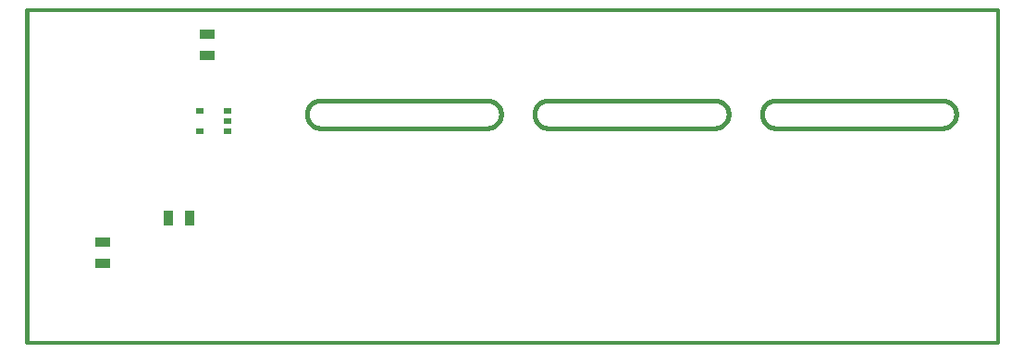
<source format=gbp>
G04 (created by PCBNEW-RS274X (20100406 SVN-R2508)-final) date 6/3/2010 10:00:34 PM*
G01*
G70*
G90*
%MOIN*%
G04 Gerber Fmt 3.4, Leading zero omitted, Abs format*
%FSLAX34Y34*%
G04 APERTURE LIST*
%ADD10C,0.006000*%
%ADD11C,0.012000*%
%ADD12C,0.015000*%
%ADD13R,0.030000X0.020000*%
%ADD14R,0.055000X0.035000*%
%ADD15R,0.035000X0.055000*%
G04 APERTURE END LIST*
G54D10*
G54D11*
X56000Y-43250D02*
X21000Y-43250D01*
X56000Y-55250D02*
X56000Y-43250D01*
X21000Y-55250D02*
X56000Y-55250D01*
G54D12*
X54000Y-47500D02*
X54043Y-47498D01*
X54086Y-47492D01*
X54129Y-47482D01*
X54171Y-47469D01*
X54211Y-47453D01*
X54250Y-47433D01*
X54286Y-47409D01*
X54321Y-47383D01*
X54353Y-47353D01*
X54383Y-47321D01*
X54409Y-47286D01*
X54433Y-47249D01*
X54453Y-47211D01*
X54469Y-47171D01*
X54482Y-47129D01*
X54492Y-47086D01*
X54498Y-47043D01*
X54500Y-47000D01*
X21000Y-55200D02*
X21000Y-55000D01*
X54000Y-47500D02*
X48000Y-47500D01*
X31600Y-46500D02*
X31557Y-46502D01*
X31514Y-46508D01*
X31471Y-46518D01*
X31429Y-46531D01*
X31389Y-46547D01*
X31351Y-46567D01*
X31314Y-46591D01*
X31279Y-46617D01*
X31247Y-46647D01*
X31217Y-46679D01*
X31191Y-46714D01*
X31167Y-46751D01*
X31147Y-46789D01*
X31131Y-46829D01*
X31118Y-46871D01*
X31108Y-46914D01*
X31102Y-46957D01*
X31100Y-47000D01*
X31100Y-47000D02*
X31102Y-47043D01*
X31108Y-47086D01*
X31118Y-47129D01*
X31131Y-47171D01*
X31147Y-47211D01*
X31167Y-47249D01*
X31191Y-47286D01*
X31217Y-47321D01*
X31247Y-47353D01*
X31279Y-47383D01*
X31314Y-47409D01*
X31351Y-47433D01*
X31389Y-47453D01*
X31429Y-47469D01*
X31471Y-47482D01*
X31514Y-47492D01*
X31557Y-47498D01*
X31600Y-47500D01*
X37600Y-47500D02*
X37643Y-47498D01*
X37686Y-47492D01*
X37729Y-47482D01*
X37771Y-47469D01*
X37811Y-47453D01*
X37850Y-47433D01*
X37886Y-47409D01*
X37921Y-47383D01*
X37953Y-47353D01*
X37983Y-47321D01*
X38009Y-47286D01*
X38033Y-47249D01*
X38053Y-47211D01*
X38069Y-47171D01*
X38082Y-47129D01*
X38092Y-47086D01*
X38098Y-47043D01*
X38100Y-47000D01*
X38100Y-47000D02*
X38098Y-46957D01*
X38092Y-46914D01*
X38082Y-46871D01*
X38069Y-46829D01*
X38053Y-46789D01*
X38033Y-46751D01*
X38009Y-46714D01*
X37983Y-46679D01*
X37953Y-46647D01*
X37921Y-46617D01*
X37886Y-46591D01*
X37850Y-46567D01*
X37811Y-46547D01*
X37771Y-46531D01*
X37729Y-46518D01*
X37686Y-46508D01*
X37643Y-46502D01*
X37600Y-46500D01*
X39800Y-46500D02*
X39757Y-46502D01*
X39714Y-46508D01*
X39671Y-46518D01*
X39629Y-46531D01*
X39589Y-46547D01*
X39551Y-46567D01*
X39514Y-46591D01*
X39479Y-46617D01*
X39447Y-46647D01*
X39417Y-46679D01*
X39391Y-46714D01*
X39367Y-46751D01*
X39347Y-46789D01*
X39331Y-46829D01*
X39318Y-46871D01*
X39308Y-46914D01*
X39302Y-46957D01*
X39300Y-47000D01*
X39300Y-47000D02*
X39302Y-47043D01*
X39308Y-47086D01*
X39318Y-47129D01*
X39331Y-47171D01*
X39347Y-47211D01*
X39367Y-47249D01*
X39391Y-47286D01*
X39417Y-47321D01*
X39447Y-47353D01*
X39479Y-47383D01*
X39514Y-47409D01*
X39551Y-47433D01*
X39589Y-47453D01*
X39629Y-47469D01*
X39671Y-47482D01*
X39714Y-47492D01*
X39757Y-47498D01*
X39800Y-47500D01*
X45800Y-47500D02*
X45843Y-47498D01*
X45886Y-47492D01*
X45929Y-47482D01*
X45971Y-47469D01*
X46011Y-47453D01*
X46050Y-47433D01*
X46086Y-47409D01*
X46121Y-47383D01*
X46153Y-47353D01*
X46183Y-47321D01*
X46209Y-47286D01*
X46233Y-47249D01*
X46253Y-47211D01*
X46269Y-47171D01*
X46282Y-47129D01*
X46292Y-47086D01*
X46298Y-47043D01*
X46300Y-47000D01*
X46300Y-47000D02*
X46298Y-46957D01*
X46292Y-46914D01*
X46282Y-46871D01*
X46269Y-46829D01*
X46253Y-46789D01*
X46233Y-46751D01*
X46209Y-46714D01*
X46183Y-46679D01*
X46153Y-46647D01*
X46121Y-46617D01*
X46086Y-46591D01*
X46050Y-46567D01*
X46011Y-46547D01*
X45971Y-46531D01*
X45929Y-46518D01*
X45886Y-46508D01*
X45843Y-46502D01*
X45800Y-46500D01*
X48000Y-46500D02*
X47957Y-46502D01*
X47914Y-46508D01*
X47871Y-46518D01*
X47829Y-46531D01*
X47789Y-46547D01*
X47751Y-46567D01*
X47714Y-46591D01*
X47679Y-46617D01*
X47647Y-46647D01*
X47617Y-46679D01*
X47591Y-46714D01*
X47567Y-46751D01*
X47547Y-46789D01*
X47531Y-46829D01*
X47518Y-46871D01*
X47508Y-46914D01*
X47502Y-46957D01*
X47500Y-47000D01*
X47500Y-47000D02*
X47502Y-47043D01*
X47508Y-47086D01*
X47518Y-47129D01*
X47531Y-47171D01*
X47547Y-47211D01*
X47567Y-47249D01*
X47591Y-47286D01*
X47617Y-47321D01*
X47647Y-47353D01*
X47679Y-47383D01*
X47714Y-47409D01*
X47751Y-47433D01*
X47789Y-47453D01*
X47829Y-47469D01*
X47871Y-47482D01*
X47914Y-47492D01*
X47957Y-47498D01*
X48000Y-47500D01*
X54500Y-47000D02*
X54498Y-46957D01*
X54492Y-46914D01*
X54482Y-46871D01*
X54469Y-46829D01*
X54453Y-46789D01*
X54433Y-46751D01*
X54409Y-46714D01*
X54383Y-46679D01*
X54353Y-46647D01*
X54321Y-46617D01*
X54286Y-46591D01*
X54250Y-46567D01*
X54211Y-46547D01*
X54171Y-46531D01*
X54129Y-46518D01*
X54086Y-46508D01*
X54043Y-46502D01*
X54000Y-46500D01*
X31600Y-47500D02*
X37600Y-47500D01*
X37600Y-46500D02*
X31600Y-46500D01*
X39800Y-47500D02*
X45800Y-47500D01*
X45800Y-46500D02*
X39800Y-46500D01*
X54000Y-46500D02*
X48000Y-46500D01*
X21000Y-43250D02*
X21000Y-55000D01*
G54D13*
X28250Y-46875D03*
X28250Y-47625D03*
X27250Y-46875D03*
X28250Y-47250D03*
X27250Y-47625D03*
G54D14*
X23750Y-52375D03*
X23750Y-51625D03*
G54D15*
X26125Y-50750D03*
X26875Y-50750D03*
G54D14*
X27500Y-44125D03*
X27500Y-44875D03*
M02*

</source>
